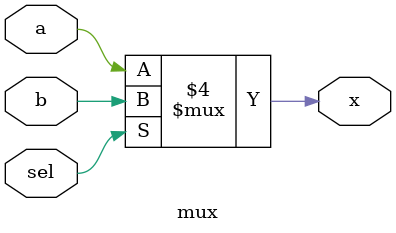
<source format=v>
`timescale 1ns / 1ps


module mux(
    input a,b,
    input sel,
    output reg x
    );
    
always @ (*) 
begin
if (sel == 0)
begin
x = a;
end
else
begin
x = b;
end
end
endmodule
</source>
